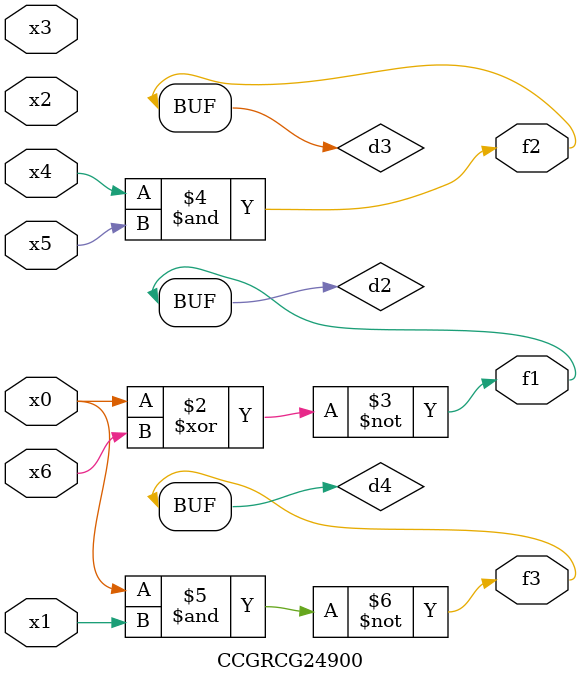
<source format=v>
module CCGRCG24900(
	input x0, x1, x2, x3, x4, x5, x6,
	output f1, f2, f3
);

	wire d1, d2, d3, d4;

	nor (d1, x0);
	xnor (d2, x0, x6);
	and (d3, x4, x5);
	nand (d4, x0, x1);
	assign f1 = d2;
	assign f2 = d3;
	assign f3 = d4;
endmodule

</source>
